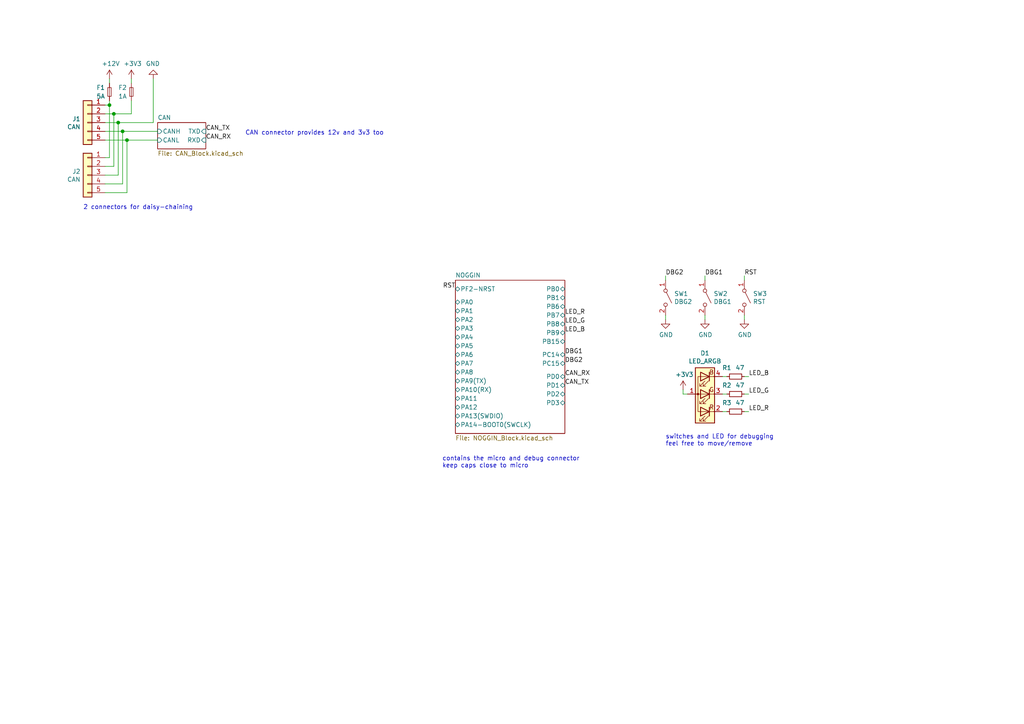
<source format=kicad_sch>
(kicad_sch (version 20211123) (generator eeschema)
  (paper "A4")
  (lib_symbols
    (symbol "Connector_Generic:Conn_01x05" (pin_names (offset 1.016) hide)
      (property "Reference" "J" (at 0 7.62 0))
      (property "Value" "Conn_01x05" (at 0 -7.62 0))
      (symbol "Conn_01x05_1_1"
        (rectangle (start -1.27 -4.953) (end 0 -5.207) (stroke (width 0.1524)))
        (rectangle (start -1.27 -2.413) (end 0 -2.667) (stroke (width 0.1524)))
        (rectangle (start -1.27 0.127) (end 0 -0.127) (stroke (width 0.1524)))
        (rectangle (start -1.27 2.667) (end 0 2.413) (stroke (width 0.1524)))
        (rectangle (start -1.27 5.207) (end 0 4.953) (stroke (width 0.1524)))
        (rectangle (start -1.27 6.35) (end 1.27 -6.35) (stroke (width 0.254)) (fill (type background)))
        (pin passive line (at -5.08 5.08 0) (length 3.81) (name "Pin_1") (number "1"))
        (pin passive line (at -5.08 2.54 0) (length 3.81) (name "Pin_2") (number "2"))
        (pin passive line (at -5.08 0 0) (length 3.81) (name "Pin_3") (number "3"))
        (pin passive line (at -5.08 -2.54 0) (length 3.81) (name "Pin_4") (number "4"))
        (pin passive line (at -5.08 -5.08 0) (length 3.81) (name "Pin_5") (number "5"))
      )
    )
    (symbol "Device:Fuse_Small" (pin_numbers hide) (pin_names (offset 0.254) hide)
      (property "Reference" "F" (at 0 -1.524 0))
      (property "Value" "Fuse_Small" (at 0 1.524 0))
      (symbol "Fuse_Small_0_1"
        (rectangle (start -1.27 0.508) (end 1.27 -0.508))
        (polyline (pts (xy -1.27 0) (xy 1.27 0)))
      )
      (symbol "Fuse_Small_1_1"
        (pin passive line (at -2.54 0 0) (length 1.27) (name "~") (number "1"))
        (pin passive line (at 2.54 0 180) (length 1.27) (name "~") (number "2"))
      )
    )
    (symbol "Device:LED_ARGB" (pin_names (offset 0) hide)
      (property "Reference" "D" (at 0 9.398 0))
      (property "Value" "LED_ARGB" (at 0 -8.89 0))
      (symbol "LED_ARGB_0_0"
        (text "B" (at -1.905 -6.35 0) (effects (font (size 1.27 1.27))))
        (text "G" (at -1.905 -1.27 0) (effects (font (size 1.27 1.27))))
        (text "R" (at -1.905 3.81 0) (effects (font (size 1.27 1.27))))
      )
      (symbol "LED_ARGB_0_1"
        (polyline (pts (xy -1.27 -5.08) (xy -2.54 -5.08)))
        (polyline (pts (xy -1.27 -5.08) (xy 1.27 -5.08)))
        (polyline (pts (xy -1.27 -3.81) (xy -1.27 -6.35)) (stroke (width 0.254)))
        (polyline (pts (xy -1.27 0) (xy -2.54 0)))
        (polyline (pts (xy -1.27 1.27) (xy -1.27 -1.27)) (stroke (width 0.254)))
        (polyline (pts (xy -1.27 5.08) (xy -2.54 5.08)))
        (polyline (pts (xy -1.27 5.08) (xy 1.27 5.08)))
        (polyline (pts (xy -1.27 6.35) (xy -1.27 3.81)) (stroke (width 0.254)))
        (polyline (pts (xy 1.27 0) (xy -1.27 0)))
        (polyline (pts (xy 1.27 0) (xy 2.54 0)))
        (polyline (pts (xy -1.27 1.27) (xy -1.27 -1.27) (xy -1.27 -1.27)))
        (polyline (pts (xy -1.27 6.35) (xy -1.27 3.81) (xy -1.27 3.81)))
        (polyline (pts (xy 1.27 -5.08) (xy 2.032 -5.08) (xy 2.032 5.08) (xy 1.27 5.08)))
        (polyline (pts (xy 1.27 -3.81) (xy 1.27 -6.35) (xy -1.27 -5.08) (xy 1.27 -3.81)) (stroke (width 0.254)))
        (polyline (pts (xy 1.27 1.27) (xy 1.27 -1.27) (xy -1.27 0) (xy 1.27 1.27)) (stroke (width 0.254)))
        (polyline (pts (xy 1.27 6.35) (xy 1.27 3.81) (xy -1.27 5.08) (xy 1.27 6.35)) (stroke (width 0.254)))
        (polyline (pts (xy -1.016 -3.81) (xy 0.508 -2.286) (xy -0.254 -2.286) (xy 0.508 -2.286) (xy 0.508 -3.048)))
        (polyline (pts (xy -1.016 1.27) (xy 0.508 2.794) (xy -0.254 2.794) (xy 0.508 2.794) (xy 0.508 2.032)))
        (polyline (pts (xy -1.016 6.35) (xy 0.508 7.874) (xy -0.254 7.874) (xy 0.508 7.874) (xy 0.508 7.112)))
        (polyline (pts (xy 0 -3.81) (xy 1.524 -2.286) (xy 0.762 -2.286) (xy 1.524 -2.286) (xy 1.524 -3.048)))
        (polyline (pts (xy 0 1.27) (xy 1.524 2.794) (xy 0.762 2.794) (xy 1.524 2.794) (xy 1.524 2.032)))
        (polyline (pts (xy 0 6.35) (xy 1.524 7.874) (xy 0.762 7.874) (xy 1.524 7.874) (xy 1.524 7.112)))
        (rectangle (start 1.27 -1.27) (end 1.27 1.27))
        (rectangle (start 1.27 1.27) (end 1.27 1.27))
        (rectangle (start 1.27 3.81) (end 1.27 6.35))
        (rectangle (start 1.27 6.35) (end 1.27 6.35))
        (circle (center 2.032 0) (radius 0.254) (fill (type outline)))
        (rectangle (start 2.794 8.382) (end -2.794 -7.62) (stroke (width 0.254)) (fill (type background)))
      )
      (symbol "LED_ARGB_1_1"
        (pin passive line (at 5.08 0 180) (length 2.54) (name "A") (number "1"))
        (pin passive line (at -5.08 5.08 0) (length 2.54) (name "RK") (number "2"))
        (pin passive line (at -5.08 0 0) (length 2.54) (name "GK") (number "3"))
        (pin passive line (at -5.08 -5.08 0) (length 2.54) (name "BK") (number "4"))
      )
    )
    (symbol "Device:R_Small" (pin_numbers hide) (pin_names (offset 0.254) hide)
      (property "Reference" "R" (at 0.762 0.508 0))
      (property "Value" "R_Small" (at 0.762 -1.016 0))
      (symbol "R_Small_0_1"
        (rectangle (start -0.762 1.778) (end 0.762 -1.778) (stroke (width 0.2032)))
      )
      (symbol "R_Small_1_1"
        (pin passive line (at 0 2.54 270) (length 0.762) (name "~") (number "1"))
        (pin passive line (at 0 -2.54 90) (length 0.762) (name "~") (number "2"))
      )
    )
    (symbol "Switch:SW_SPST" (pin_names (offset 0) hide)
      (property "Reference" "SW" (at 0 3.175 0))
      (property "Value" "SW_SPST" (at 0 -2.54 0))
      (symbol "SW_SPST_0_0"
        (circle (center -2.032 0) (radius 0.508))
        (polyline (pts (xy -1.524 0.254) (xy 1.524 1.778)))
        (circle (center 2.032 0) (radius 0.508))
      )
      (symbol "SW_SPST_1_1"
        (pin passive line (at -5.08 0 0) (length 2.54) (name "A") (number "1"))
        (pin passive line (at 5.08 0 180) (length 2.54) (name "B") (number "2"))
      )
    )
    (symbol "power:+12V" (power) (pin_names (offset 0))
      (property "Value" "+12V" (at 0 3.556 0))
      (symbol "+12V_0_1"
        (polyline (pts (xy -0.762 1.27) (xy 0 2.54)))
        (polyline (pts (xy 0 0) (xy 0 2.54)))
        (polyline (pts (xy 0 2.54) (xy 0.762 1.27)))
      )
      (symbol "+12V_1_1"
        (pin power_in line (at 0 0 90) (length 0) hide (name "+12V") (number "1"))
      )
    )
    (symbol "power:+3V3" (power) (pin_names (offset 0))
      (property "Value" "+3V3" (at 0 3.556 0))
      (symbol "+3V3_0_1"
        (polyline (pts (xy -0.762 1.27) (xy 0 2.54)))
        (polyline (pts (xy 0 0) (xy 0 2.54)))
        (polyline (pts (xy 0 2.54) (xy 0.762 1.27)))
      )
      (symbol "+3V3_1_1"
        (pin power_in line (at 0 0 90) (length 0) hide (name "+3V3") (number "1"))
      )
    )
    (symbol "power:GND" (power) (pin_names (offset 0))
      (property "Value" "GND" (at 0 -3.81 0))
      (symbol "GND_0_1"
        (polyline (pts (xy 0 0) (xy 0 -1.27) (xy 1.27 -1.27) (xy 0 -2.54) (xy -1.27 -1.27) (xy 0 -1.27)))
      )
      (symbol "GND_1_1"
        (pin power_in line (at 0 0 270) (length 0) hide (name "GND") (number "1"))
      )
    )
  )
  (junction (at 34.29 35.56))
  (junction (at 35.56 38.1))
  (junction (at 36.83 40.64))
  (junction (at 33.02 33.02))
  (junction (at 31.75 30.48))
  (wire (pts (xy 198.12 113.03) (xy 198.12 114.3)))
  (wire (pts (xy 33.02 33.02) (xy 38.1 33.02)))
  (wire (pts (xy 34.29 50.8) (xy 34.29 35.56)))
  (wire (pts (xy 44.45 35.56) (xy 44.45 22.86)))
  (wire (pts (xy 30.48 33.02) (xy 33.02 33.02)))
  (wire (pts (xy 45.72 38.1) (xy 35.56 38.1)))
  (wire (pts (xy 193.04 80.01) (xy 193.04 81.28)))
  (wire (pts (xy 36.83 40.64) (xy 45.72 40.64)))
  (wire (pts (xy 209.55 119.38) (xy 210.82 119.38)))
  (wire (pts (xy 30.48 30.48) (xy 31.75 30.48)))
  (wire (pts (xy 193.04 92.71) (xy 193.04 91.44)))
  (wire (pts (xy 30.48 45.72) (xy 31.75 45.72)))
  (wire (pts (xy 31.75 45.72) (xy 31.75 30.48)))
  (wire (pts (xy 35.56 53.34) (xy 35.56 38.1)))
  (wire (pts (xy 31.75 30.48) (xy 31.75 29.21)))
  (wire (pts (xy 34.29 35.56) (xy 44.45 35.56)))
  (wire (pts (xy 215.9 92.71) (xy 215.9 91.44)))
  (wire (pts (xy 215.9 119.38) (xy 217.17 119.38)))
  (wire (pts (xy 38.1 33.02) (xy 38.1 29.21)))
  (wire (pts (xy 215.9 114.3) (xy 217.17 114.3)))
  (wire (pts (xy 38.1 24.13) (xy 38.1 22.86)))
  (wire (pts (xy 35.56 38.1) (xy 30.48 38.1)))
  (wire (pts (xy 30.48 53.34) (xy 35.56 53.34)))
  (wire (pts (xy 30.48 40.64) (xy 36.83 40.64)))
  (wire (pts (xy 209.55 109.22) (xy 210.82 109.22)))
  (wire (pts (xy 30.48 48.26) (xy 33.02 48.26)))
  (wire (pts (xy 215.9 109.22) (xy 217.17 109.22)))
  (wire (pts (xy 30.48 35.56) (xy 34.29 35.56)))
  (wire (pts (xy 30.48 50.8) (xy 34.29 50.8)))
  (wire (pts (xy 204.47 92.71) (xy 204.47 91.44)))
  (wire (pts (xy 36.83 55.88) (xy 36.83 40.64)))
  (wire (pts (xy 31.75 24.13) (xy 31.75 22.86)))
  (wire (pts (xy 209.55 114.3) (xy 210.82 114.3)))
  (wire (pts (xy 33.02 48.26) (xy 33.02 33.02)))
  (wire (pts (xy 30.48 55.88) (xy 36.83 55.88)))
  (wire (pts (xy 215.9 80.01) (xy 215.9 81.28)))
  (wire (pts (xy 204.47 80.01) (xy 204.47 81.28)))
  (wire (pts (xy 198.12 114.3) (xy 199.39 114.3)))
  (text "2 connectors for daisy-chaining" (at 24.13 60.96 0) (effects (font (size 1.27 1.27)) (justify left bottom)))
  (text "switches and LED for debugging\nfeel free to move/remove" (at 193.04 129.54 0) (effects (font (size 1.27 1.27)) (justify left bottom)))
  (text "CAN connector provides 12v and 3v3 too" (at 71.12 39.37 0) (effects (font (size 1.27 1.27)) (justify left bottom)))
  (text "contains the micro and debug connector\nkeep caps close to micro" (at 128.27 135.89 0) (effects (font (size 1.27 1.27)) (justify left bottom)))
  (label "CAN_RX" (at 163.83 109.22 0))
  (label "LED_B" (at 163.83 96.52 0))
  (label "LED_B" (at 217.17 109.22 0))
  (label "RST" (at 132.08 83.82 180))
  (label "CAN_RX" (at 59.69 40.64 0))
  (label "LED_R" (at 163.83 91.44 0))
  (label "LED_G" (at 163.83 93.98 0))
  (label "CAN_TX" (at 163.83 111.76 0))
  (label "DBG1" (at 204.47 80.01 0))
  (label "LED_R" (at 217.17 119.38 0))
  (label "LED_G" (at 217.17 114.3 0))
  (label "DBG2" (at 193.04 80.01 0))
  (label "DBG1" (at 163.83 102.87 0))
  (label "CAN_TX" (at 59.69 38.1 0))
  (label "RST" (at 215.9 80.01 0))
  (label "DBG2" (at 163.83 105.41 0))
  (symbol (lib_id "Switch:SW_SPST") (at 193.04 86.36 270) (unit 1)
    (property "Reference" "SW1" (at 195.5292 85.1916 90) (effects (justify left)))
    (property "Value" "DBG2" (at 195.5292 87.503 90) (effects (justify left)))
    (property "Footprint" "Button_Switch_SMD:SW_SPST_PTS810" (effects hide))
  )
  (symbol (lib_id "power:GND") (at 193.04 92.71 0) (unit 1)
    (property "Reference" "#PWR04" (effects hide))
    (property "Value" "GND" (at 193.167 97.1042 0))
  )
  (symbol (lib_id "Device:LED_ARGB") (at 204.47 114.3 180) (unit 1)
    (property "Reference" "D1" (at 204.47 102.4382 0))
    (property "Value" "LED_ARGB" (at 204.47 104.7496 0))
    (property "Footprint" "LED_SMD:LED_Cree-PLCC4_2x2mm_CW" (effects hide))
  )
  (symbol (lib_id "Device:R_Small") (at 213.36 109.22 270) (unit 1)
    (property "Reference" "R1" (at 210.82 106.68 90))
    (property "Value" "47" (at 214.63 106.68 90))
    (property "Footprint" "Resistor_SMD:R_0603_1608Metric" (effects hide))
  )
  (symbol (lib_id "Device:R_Small") (at 213.36 114.3 270) (unit 1)
    (property "Reference" "R2" (at 210.82 111.76 90))
    (property "Value" "47" (at 214.63 111.76 90))
    (property "Footprint" "Resistor_SMD:R_0603_1608Metric" (effects hide))
  )
  (symbol (lib_id "Device:R_Small") (at 213.36 119.38 270) (unit 1)
    (property "Reference" "R3" (at 210.82 116.84 90))
    (property "Value" "47" (at 214.63 116.84 90))
    (property "Footprint" "Resistor_SMD:R_0603_1608Metric" (effects hide))
  )
  (symbol (lib_id "power:+3V3") (at 198.12 113.03 0) (unit 1)
    (property "Reference" "#PWR05" (effects hide))
    (property "Value" "+3V3" (at 198.501 108.6358 0))
  )
  (symbol (lib_id "Connector_Generic:Conn_01x05") (at 25.4 35.56 0) (mirror y) (unit 1)
    (property "Reference" "J1" (at 23.368 34.4932 0) (effects (justify left)))
    (property "Value" "CAN" (at 23.368 36.8046 0) (effects (justify left)))
    (property "Footprint" "extraparts:Molex_DuraClik_Vert_5pin" (effects hide))
  )
  (symbol (lib_id "Connector_Generic:Conn_01x05") (at 25.4 50.8 0) (mirror y) (unit 1)
    (property "Reference" "J2" (at 23.368 49.7332 0) (effects (justify left)))
    (property "Value" "CAN" (at 23.368 52.0446 0) (effects (justify left)))
    (property "Footprint" "extraparts:Molex_DuraClik_Vert_5pin" (effects hide))
  )
  (symbol (lib_id "Device:Fuse_Small") (at 38.1 26.67 270) (unit 1)
    (property "Reference" "F2" (at 35.56 25.4 90))
    (property "Value" "1A" (at 35.56 27.94 90))
    (property "Footprint" "Fuse:Fuse_1206_3216Metric" (effects hide))
  )
  (symbol (lib_id "Device:Fuse_Small") (at 31.75 26.67 270) (unit 1)
    (property "Reference" "F1" (at 29.21 25.4 90))
    (property "Value" "5A" (at 29.21 27.94 90))
    (property "Footprint" "Fuse:Fuse_2920_7451Metric" (effects hide))
  )
  (symbol (lib_id "power:+12V") (at 31.75 22.86 0) (unit 1)
    (property "Reference" "#PWR01" (effects hide))
    (property "Value" "+12V" (at 32.131 18.4658 0))
  )
  (symbol (lib_id "power:GND") (at 44.45 22.86 180) (unit 1)
    (property "Reference" "#PWR03" (effects hide))
    (property "Value" "GND" (at 44.323 18.4658 0))
  )
  (symbol (lib_id "Switch:SW_SPST") (at 204.47 86.36 270) (unit 1)
    (property "Reference" "SW2" (at 206.9592 85.1916 90) (effects (justify left)))
    (property "Value" "DBG1" (at 206.9592 87.503 90) (effects (justify left)))
    (property "Footprint" "Button_Switch_SMD:SW_SPST_PTS810" (effects hide))
  )
  (symbol (lib_id "power:GND") (at 204.47 92.71 0) (unit 1)
    (property "Reference" "#PWR06" (effects hide))
    (property "Value" "GND" (at 204.597 97.1042 0))
  )
  (symbol (lib_id "Switch:SW_SPST") (at 215.9 86.36 270) (unit 1)
    (property "Reference" "SW3" (at 218.3892 85.1916 90) (effects (justify left)))
    (property "Value" "RST" (at 218.3892 87.503 90) (effects (justify left)))
    (property "Footprint" "Button_Switch_SMD:SW_SPST_PTS810" (effects hide))
  )
  (symbol (lib_id "power:GND") (at 215.9 92.71 0) (unit 1)
    (property "Reference" "#PWR07" (effects hide))
    (property "Value" "GND" (at 216.027 97.1042 0))
  )
  (symbol (lib_id "power:+3V3") (at 38.1 22.86 0) (unit 1)
    (property "Reference" "#PWR02" (effects hide))
    (property "Value" "+3V3" (at 38.481 18.4658 0))
  )
  (sheet (at 45.72 35.56) (size 13.97 7.62)
    (property "Sheet name" "CAN" (at 45.72 34.8484 0) (effects (justify left bottom)))
    (property "Sheet file" "CAN_Block.kicad_sch" (at 45.72 43.7646 0) (effects (justify left top)))
    (pin "TXD" input (at 59.69 38.1 0))
    (pin "RXD" input (at 59.69 40.64 0))
    (pin "CANH" input (at 45.72 38.1 180))
    (pin "CANL" input (at 45.72 40.64 180))
  )
  (sheet (at 132.08 81.28) (size 31.75 44.45)
    (property "Sheet name" "NOGGIN" (at 132.08 80.5684 0) (effects (justify left bottom)))
    (property "Sheet file" "NOGGIN_Block.kicad_sch" (at 132.08 126.3146 0) (effects (justify left top)))
    (pin "PA0" bidirectional (at 132.08 87.63 180))
    (pin "PA1" bidirectional (at 132.08 90.17 180))
    (pin "PA2" bidirectional (at 132.08 92.71 180))
    (pin "PF2-NRST" bidirectional (at 132.08 83.82 180))
    (pin "PA3" bidirectional (at 132.08 95.25 180))
    (pin "PA4" bidirectional (at 132.08 97.79 180))
    (pin "PA5" bidirectional (at 132.08 100.33 180))
    (pin "PA6" bidirectional (at 132.08 102.87 180))
    (pin "PA7" bidirectional (at 132.08 105.41 180))
    (pin "PB0" bidirectional (at 163.83 83.82 0))
    (pin "PB1" bidirectional (at 163.83 86.36 0))
    (pin "PB6" bidirectional (at 163.83 88.9 0))
    (pin "PB7" bidirectional (at 163.83 91.44 0))
    (pin "PB8" bidirectional (at 163.83 93.98 0))
    (pin "PB9" bidirectional (at 163.83 96.52 0))
    (pin "PB15" bidirectional (at 163.83 99.06 0))
    (pin "PC14" bidirectional (at 163.83 102.87 0))
    (pin "PC15" bidirectional (at 163.83 105.41 0))
    (pin "PA14-BOOT0(SWCLK)" bidirectional (at 132.08 123.19 180))
    (pin "PA8" bidirectional (at 132.08 107.95 180))
    (pin "PA9(TX)" bidirectional (at 132.08 110.49 180))
    (pin "PA10(RX)" bidirectional (at 132.08 113.03 180))
    (pin "PA11" bidirectional (at 132.08 115.57 180))
    (pin "PA12" bidirectional (at 132.08 118.11 180))
    (pin "PA13(SWDIO)" bidirectional (at 132.08 120.65 180))
    (pin "PD0" bidirectional (at 163.83 109.22 0))
    (pin "PD1" bidirectional (at 163.83 111.76 0))
    (pin "PD2" bidirectional (at 163.83 114.3 0))
    (pin "PD3" bidirectional (at 163.83 116.84 0))
  )
)
</source>
